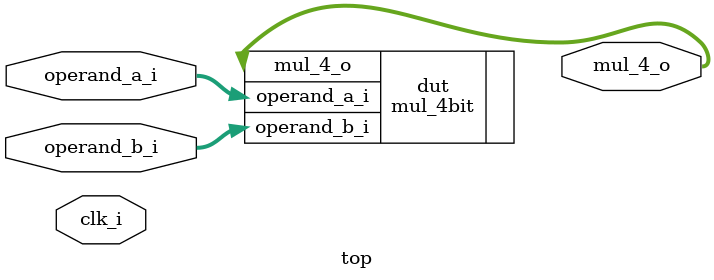
<source format=sv>
/* verilator lint_off UNUSED */
module top(
    //inputs
    input logic clk_i,
    input logic [3:0] operand_a_i,
    input logic [3:0] operand_b_i,
    //outputs
    output logic [7:0] mul_4_o
);
    //code
    mul_4bit dut (
        .operand_a_i (operand_a_i),
        .operand_b_i (operand_b_i),
        .mul_4_o     (mul_4_o)
    );
endmodule : top

</source>
